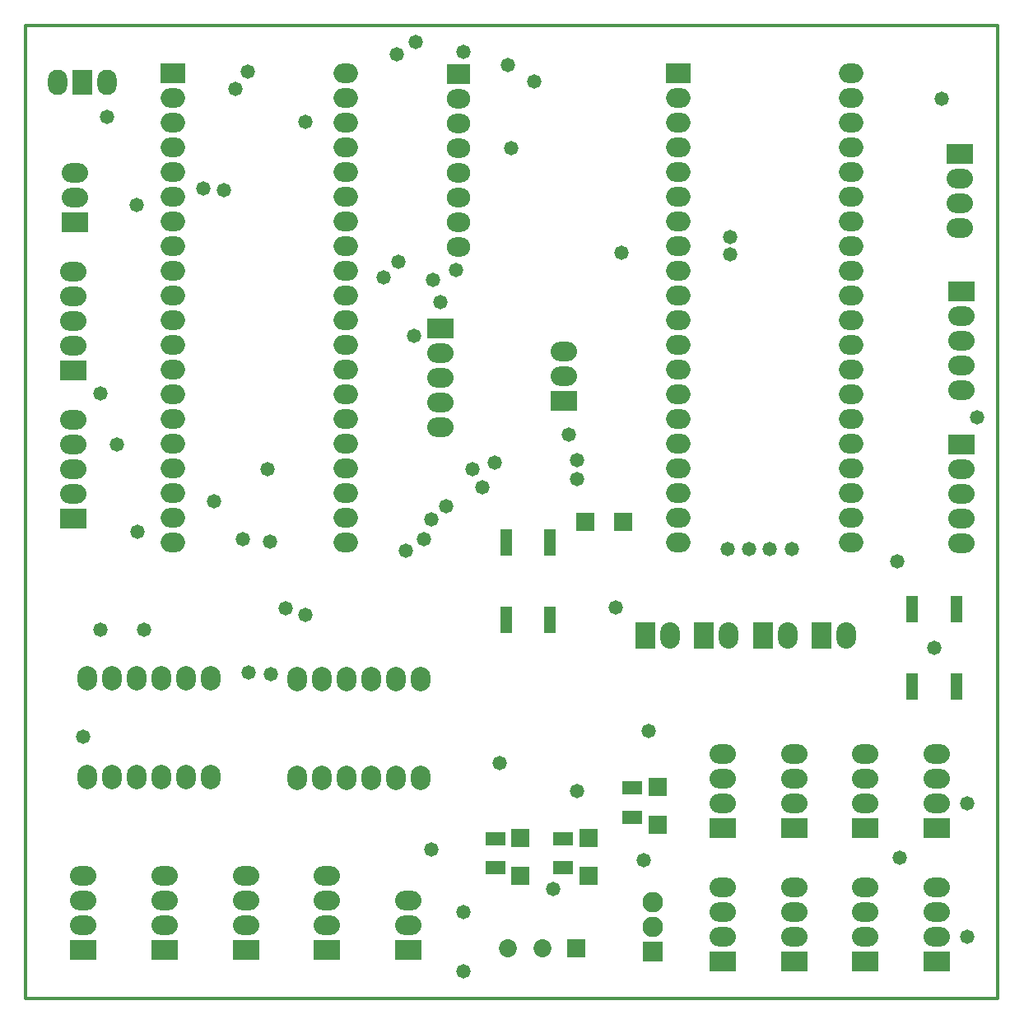
<source format=gts>
G04*
G04 #@! TF.GenerationSoftware,Altium Limited,Altium Designer,21.6.4 (81)*
G04*
G04 Layer_Color=8388736*
%FSLAX25Y25*%
%MOIN*%
G70*
G04*
G04 #@! TF.SameCoordinates,CA042318-3998-41E2-BA40-933A6302EA5A*
G04*
G04*
G04 #@! TF.FilePolarity,Negative*
G04*
G01*
G75*
%ADD12C,0.01181*%
%ADD21R,0.04737X0.10642*%
%ADD22R,0.07296X0.07690*%
%ADD23R,0.07690X0.07296*%
%ADD24R,0.07887X0.05524*%
%ADD25C,0.07296*%
%ADD26R,0.07296X0.07296*%
%ADD27O,0.10642X0.07887*%
%ADD28R,0.10642X0.07887*%
%ADD29O,0.09855X0.07887*%
%ADD30R,0.09855X0.07887*%
%ADD31O,0.07887X0.09855*%
%ADD32R,0.07887X0.10642*%
%ADD33O,0.07887X0.10642*%
%ADD34O,0.07887X0.10249*%
%ADD35R,0.07887X0.10249*%
%ADD36O,0.09461X0.07887*%
%ADD37R,0.09461X0.07887*%
%ADD38R,0.08359X0.08359*%
%ADD39C,0.08359*%
%ADD40C,0.05800*%
D12*
X196851Y-196851D02*
Y196850D01*
X-196850Y196851D02*
X196851D01*
X-196850Y-196852D02*
X196851D01*
X-196850D02*
Y196849D01*
D21*
X162142Y-70718D02*
D03*
Y-39281D02*
D03*
X179858Y-70718D02*
D03*
Y-39281D02*
D03*
X15358Y-12281D02*
D03*
Y-43718D02*
D03*
X-2358Y-12281D02*
D03*
Y-43718D02*
D03*
D22*
X29823Y-4000D02*
D03*
X45177D02*
D03*
D23*
X59000Y-111429D02*
D03*
Y-126784D02*
D03*
X3500Y-131823D02*
D03*
Y-147177D02*
D03*
X31000Y-131823D02*
D03*
Y-147177D02*
D03*
D24*
X48700Y-111700D02*
D03*
Y-123600D02*
D03*
X20700Y-132200D02*
D03*
Y-144100D02*
D03*
X-6800Y-132200D02*
D03*
Y-144100D02*
D03*
D25*
X-1559Y-176500D02*
D03*
X12220D02*
D03*
D26*
X26000D02*
D03*
D27*
X-107750Y-167165D02*
D03*
Y-157165D02*
D03*
Y-147165D02*
D03*
X-42000Y-157165D02*
D03*
Y-167165D02*
D03*
X-74875Y-147165D02*
D03*
Y-157165D02*
D03*
Y-167165D02*
D03*
X-140625Y-147165D02*
D03*
Y-157165D02*
D03*
Y-167165D02*
D03*
X-173500Y-147165D02*
D03*
Y-157165D02*
D03*
Y-167165D02*
D03*
X85429Y-152000D02*
D03*
Y-162000D02*
D03*
Y-172000D02*
D03*
Y-98000D02*
D03*
Y-108000D02*
D03*
Y-118000D02*
D03*
X-177001Y137500D02*
D03*
Y127500D02*
D03*
X-177500Y97250D02*
D03*
Y87250D02*
D03*
Y77250D02*
D03*
Y67250D02*
D03*
Y37500D02*
D03*
Y27500D02*
D03*
Y17500D02*
D03*
Y7500D02*
D03*
X181500Y115000D02*
D03*
Y125000D02*
D03*
Y135000D02*
D03*
X182000Y49500D02*
D03*
Y59500D02*
D03*
Y69500D02*
D03*
Y79500D02*
D03*
X181999Y-12500D02*
D03*
Y-2500D02*
D03*
Y7500D02*
D03*
Y17500D02*
D03*
X-29000Y34500D02*
D03*
Y44500D02*
D03*
Y54500D02*
D03*
Y64500D02*
D03*
X21000Y65000D02*
D03*
Y55000D02*
D03*
X172043Y-98000D02*
D03*
Y-108000D02*
D03*
Y-118000D02*
D03*
Y-152000D02*
D03*
Y-162000D02*
D03*
Y-172000D02*
D03*
X114301Y-152000D02*
D03*
Y-162000D02*
D03*
Y-172000D02*
D03*
X143172Y-152000D02*
D03*
Y-162000D02*
D03*
Y-172000D02*
D03*
Y-98000D02*
D03*
Y-108000D02*
D03*
Y-118000D02*
D03*
X114301Y-98000D02*
D03*
Y-108000D02*
D03*
Y-118000D02*
D03*
D28*
X-107750Y-177165D02*
D03*
X-42000D02*
D03*
X-74875D02*
D03*
X-140625D02*
D03*
X-173500D02*
D03*
X85429Y-182000D02*
D03*
Y-128000D02*
D03*
X-177001Y117500D02*
D03*
X-177500Y57250D02*
D03*
Y-2500D02*
D03*
X181500Y145000D02*
D03*
X182000Y89500D02*
D03*
X181999Y27500D02*
D03*
X-29000Y74500D02*
D03*
X21000Y45000D02*
D03*
X172043Y-128000D02*
D03*
Y-182000D02*
D03*
X114301D02*
D03*
X143172D02*
D03*
Y-128000D02*
D03*
X114301D02*
D03*
D29*
X67362Y167677D02*
D03*
Y157677D02*
D03*
Y147677D02*
D03*
Y137677D02*
D03*
Y127677D02*
D03*
Y117677D02*
D03*
Y107677D02*
D03*
Y97677D02*
D03*
Y87677D02*
D03*
Y77677D02*
D03*
Y67677D02*
D03*
Y57677D02*
D03*
Y47677D02*
D03*
Y37677D02*
D03*
Y27677D02*
D03*
Y17677D02*
D03*
Y7677D02*
D03*
Y-2323D02*
D03*
X137362Y167677D02*
D03*
Y157677D02*
D03*
Y147677D02*
D03*
Y137677D02*
D03*
Y127677D02*
D03*
Y117677D02*
D03*
Y107677D02*
D03*
Y97677D02*
D03*
Y87677D02*
D03*
Y77677D02*
D03*
Y67677D02*
D03*
Y57677D02*
D03*
Y47677D02*
D03*
Y37677D02*
D03*
Y27677D02*
D03*
Y17677D02*
D03*
Y7677D02*
D03*
Y-2323D02*
D03*
Y177677D02*
D03*
Y-12323D02*
D03*
X67362D02*
D03*
X-137362D02*
D03*
X-67362D02*
D03*
Y177677D02*
D03*
Y-2323D02*
D03*
Y7677D02*
D03*
Y17677D02*
D03*
Y27677D02*
D03*
Y37677D02*
D03*
Y47677D02*
D03*
Y57677D02*
D03*
Y67677D02*
D03*
Y77677D02*
D03*
Y87677D02*
D03*
Y97677D02*
D03*
Y107677D02*
D03*
Y117677D02*
D03*
Y127677D02*
D03*
Y137677D02*
D03*
Y147677D02*
D03*
Y157677D02*
D03*
Y167677D02*
D03*
X-137362Y-2323D02*
D03*
Y7677D02*
D03*
Y17677D02*
D03*
Y27677D02*
D03*
Y37677D02*
D03*
Y47677D02*
D03*
Y57677D02*
D03*
Y67677D02*
D03*
Y77677D02*
D03*
Y87677D02*
D03*
Y97677D02*
D03*
Y107677D02*
D03*
Y117677D02*
D03*
Y127677D02*
D03*
Y137677D02*
D03*
Y147677D02*
D03*
Y157677D02*
D03*
Y167677D02*
D03*
D30*
X67362Y177677D02*
D03*
X-137362D02*
D03*
D31*
X-87000Y-107500D02*
D03*
X-77000D02*
D03*
X-67000D02*
D03*
X-57000D02*
D03*
X-47000D02*
D03*
X-37000D02*
D03*
X-87000Y-67500D02*
D03*
X-77000D02*
D03*
X-67000D02*
D03*
X-57000D02*
D03*
X-47000D02*
D03*
X-37000D02*
D03*
X-122000Y-67402D02*
D03*
X-132000D02*
D03*
X-142000D02*
D03*
X-152000D02*
D03*
X-162000D02*
D03*
X-172000D02*
D03*
X-122000Y-107402D02*
D03*
X-132000D02*
D03*
X-142000D02*
D03*
X-152000D02*
D03*
X-162000D02*
D03*
X-172000D02*
D03*
D32*
X77833Y-50000D02*
D03*
X54000D02*
D03*
X125500D02*
D03*
X101667D02*
D03*
D33*
X87833D02*
D03*
X64000D02*
D03*
X135500D02*
D03*
X111667D02*
D03*
D34*
X-164000Y174000D02*
D03*
X-184000D02*
D03*
D35*
X-174000D02*
D03*
D36*
X-21500Y117500D02*
D03*
Y107500D02*
D03*
Y127500D02*
D03*
Y137500D02*
D03*
Y147500D02*
D03*
Y157500D02*
D03*
Y167500D02*
D03*
D37*
Y177500D02*
D03*
D38*
X57000Y-178000D02*
D03*
D39*
Y-168000D02*
D03*
Y-158000D02*
D03*
D40*
X-39000Y190500D02*
D03*
X26500Y-113000D02*
D03*
X-29000Y85000D02*
D03*
X113500Y-15000D02*
D03*
X16698Y-152500D02*
D03*
X-1500Y181169D02*
D03*
X156000Y-20000D02*
D03*
X-22500Y98000D02*
D03*
X23000Y31500D02*
D03*
X44500Y105000D02*
D03*
X-16000Y17500D02*
D03*
X55500Y-88500D02*
D03*
X-5000Y-101500D02*
D03*
X171000Y-55000D02*
D03*
X-120500Y4500D02*
D03*
X88500Y104500D02*
D03*
Y111500D02*
D03*
X-83500Y158000D02*
D03*
X-166500Y48000D02*
D03*
X-19500Y186500D02*
D03*
X-46500Y185500D02*
D03*
X-32000Y94000D02*
D03*
X-52000Y95000D02*
D03*
X-46000Y101500D02*
D03*
X-7000Y20000D02*
D03*
X-35500Y-11000D02*
D03*
X-32500Y-3000D02*
D03*
X-43000Y-15500D02*
D03*
X-98000Y-12000D02*
D03*
X-83500Y-41500D02*
D03*
X-109000Y-11000D02*
D03*
X-97500Y-65500D02*
D03*
X-106500Y-65000D02*
D03*
X-99000Y17500D02*
D03*
X-112000Y171500D02*
D03*
X-107000Y178500D02*
D03*
X-164000Y160000D02*
D03*
X-173500Y-91000D02*
D03*
X53500Y-141000D02*
D03*
X-116500Y130500D02*
D03*
X-39500Y71500D02*
D03*
X-11847Y10000D02*
D03*
X188500Y38500D02*
D03*
X-152000Y124500D02*
D03*
X-26500Y2500D02*
D03*
X-151500Y-8000D02*
D03*
X-160000Y27500D02*
D03*
X-91500Y-39000D02*
D03*
X-32500Y-136500D02*
D03*
X-125000Y131000D02*
D03*
X26500Y21000D02*
D03*
Y13500D02*
D03*
X9000Y174500D02*
D03*
X174000Y167500D02*
D03*
X-19500Y-186000D02*
D03*
Y-162000D02*
D03*
X-166500Y-47500D02*
D03*
X184500Y-172000D02*
D03*
Y-118000D02*
D03*
X87500Y-15000D02*
D03*
X104500D02*
D03*
X96000D02*
D03*
X-213Y147287D02*
D03*
X157000Y-140000D02*
D03*
X42000Y-38500D02*
D03*
X-149000Y-47500D02*
D03*
M02*

</source>
